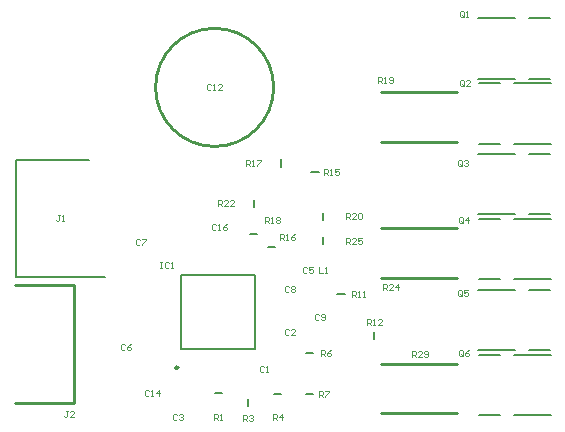
<source format=gto>
G04*
G04 #@! TF.GenerationSoftware,Altium Limited,Altium Designer,25.8.1 (18)*
G04*
G04 Layer_Color=65535*
%FSLAX44Y44*%
%MOMM*%
G71*
G04*
G04 #@! TF.SameCoordinates,D7C4C725-C8A4-46AB-A62B-07054BF05DDA*
G04*
G04*
G04 #@! TF.FilePolarity,Positive*
G04*
G01*
G75*
%ADD10C,0.2500*%
%ADD11C,0.1500*%
%ADD12C,0.2000*%
%ADD13C,0.2540*%
%ADD14C,0.1016*%
D10*
X139250Y47750D02*
G03*
X139250Y47750I-1250J0D01*
G01*
X220000Y285000D02*
G03*
X220000Y285000I-50000J0D01*
G01*
X311000Y166000D02*
X375000D01*
X311000Y124000D02*
X375000D01*
X311000Y51000D02*
X375000D01*
X311000Y9000D02*
X375000D01*
X311000Y239000D02*
X375000D01*
X311000Y281000D02*
X375000D01*
D11*
X393000Y228500D02*
X424700D01*
X436400D02*
X454000D01*
X436400Y177500D02*
X454000D01*
X393000D02*
X424700D01*
X393000Y292500D02*
X424700D01*
X436400D02*
X454000D01*
X436400Y343500D02*
X454000D01*
X393000D02*
X424700D01*
X423300Y237500D02*
X455000D01*
X394000D02*
X411600D01*
X394000Y288500D02*
X411600D01*
X423300D02*
X455000D01*
X423200Y173500D02*
X454900D01*
X393900D02*
X411500D01*
X393900Y122500D02*
X411500D01*
X423200D02*
X454900D01*
X393000Y113500D02*
X424700D01*
X436400D02*
X454000D01*
X436400Y62500D02*
X454000D01*
X393000D02*
X424700D01*
X423200Y58500D02*
X454900D01*
X393900D02*
X411500D01*
X393900Y7500D02*
X411500D01*
X423200D02*
X454900D01*
D12*
X247000Y25000D02*
X253000D01*
X305000Y72000D02*
Y78000D01*
X215000Y150000D02*
X221000D01*
X200000Y161000D02*
X206000D01*
X274000Y110000D02*
X280000D01*
X247000Y60000D02*
X253000D01*
X220000Y25000D02*
X226000D01*
X198000Y15000D02*
Y21000D01*
X170000Y26000D02*
X176000D01*
X141500Y63500D02*
X204500D01*
Y126500D01*
X141500D02*
X204500D01*
X141500Y63500D02*
Y126500D01*
X203000Y184000D02*
Y190000D01*
X262000Y152000D02*
Y158000D01*
Y173000D02*
Y179000D01*
X252000Y213000D02*
X258000D01*
X226000Y218000D02*
Y224000D01*
X1500Y223500D02*
X64000D01*
X1500Y124500D02*
Y223500D01*
Y124500D02*
X77500D01*
D13*
X1000Y18000D02*
X51000D01*
X1000Y118000D02*
X51000D01*
Y18000D02*
Y118000D01*
D14*
X298652Y83461D02*
Y88539D01*
X301191D01*
X302038Y87693D01*
Y86000D01*
X301191Y85154D01*
X298652D01*
X300345D02*
X302038Y83461D01*
X303730D02*
X305423D01*
X304577D01*
Y88539D01*
X303730Y87693D01*
X311348Y83461D02*
X307962D01*
X311348Y86846D01*
Y87693D01*
X310502Y88539D01*
X308809D01*
X307962Y87693D01*
X166962Y286722D02*
X166115Y287568D01*
X164422D01*
X163576Y286722D01*
Y283336D01*
X164422Y282490D01*
X166115D01*
X166962Y283336D01*
X168654Y282490D02*
X170347D01*
X169501D01*
Y287568D01*
X168654Y286722D01*
X176272Y282490D02*
X172886D01*
X176272Y285876D01*
Y286722D01*
X175425Y287568D01*
X173733D01*
X172886Y286722D01*
X286499Y107461D02*
Y112539D01*
X289038D01*
X289884Y111693D01*
Y110000D01*
X289038Y109154D01*
X286499D01*
X288191D02*
X289884Y107461D01*
X291577D02*
X293270D01*
X292423D01*
Y112539D01*
X291577Y111693D01*
X295809Y107461D02*
X297502D01*
X296655D01*
Y112539D01*
X295809Y111693D01*
X258768Y22461D02*
Y27539D01*
X261307D01*
X262154Y26693D01*
Y25000D01*
X261307Y24154D01*
X258768D01*
X260461D02*
X262154Y22461D01*
X263846Y27539D02*
X267232D01*
Y26693D01*
X263846Y23307D01*
Y22461D01*
X259768Y57461D02*
Y62539D01*
X262307D01*
X263154Y61693D01*
Y60000D01*
X262307Y59154D01*
X259768D01*
X261461D02*
X263154Y57461D01*
X268232Y62539D02*
X266539Y61693D01*
X264846Y60000D01*
Y58307D01*
X265693Y57461D01*
X267386D01*
X268232Y58307D01*
Y59154D01*
X267386Y60000D01*
X264846D01*
X219768Y3461D02*
Y8539D01*
X222307D01*
X223154Y7693D01*
Y6000D01*
X222307Y5154D01*
X219768D01*
X221461D02*
X223154Y3461D01*
X227386D02*
Y8539D01*
X224846Y6000D01*
X228232D01*
X193768Y2461D02*
Y7539D01*
X196307D01*
X197154Y6693D01*
Y5000D01*
X196307Y4154D01*
X193768D01*
X195461D02*
X197154Y2461D01*
X198846Y6693D02*
X199693Y7539D01*
X201386D01*
X202232Y6693D01*
Y5846D01*
X201386Y5000D01*
X200539D01*
X201386D01*
X202232Y4154D01*
Y3307D01*
X201386Y2461D01*
X199693D01*
X198846Y3307D01*
X169614Y3461D02*
Y8539D01*
X172154D01*
X173000Y7693D01*
Y6000D01*
X172154Y5154D01*
X169614D01*
X171307D02*
X173000Y3461D01*
X174693D02*
X176386D01*
X175539D01*
Y8539D01*
X174693Y7693D01*
X337229Y56461D02*
Y61539D01*
X339768D01*
X340614Y60693D01*
Y59000D01*
X339768Y58154D01*
X337229D01*
X338922D02*
X340614Y56461D01*
X345693D02*
X342307D01*
X345693Y59846D01*
Y60693D01*
X344846Y61539D01*
X343154D01*
X342307Y60693D01*
X347386Y57307D02*
X348232Y56461D01*
X349925D01*
X350771Y57307D01*
Y60693D01*
X349925Y61539D01*
X348232D01*
X347386Y60693D01*
Y59846D01*
X348232Y59000D01*
X350771D01*
X312229Y113461D02*
Y118539D01*
X314768D01*
X315614Y117693D01*
Y116000D01*
X314768Y115154D01*
X312229D01*
X313922D02*
X315614Y113461D01*
X320693D02*
X317307D01*
X320693Y116846D01*
Y117693D01*
X319846Y118539D01*
X318154D01*
X317307Y117693D01*
X324925Y113461D02*
Y118539D01*
X322386Y116000D01*
X325771D01*
X308610Y288332D02*
Y293410D01*
X311149D01*
X311996Y292564D01*
Y290871D01*
X311149Y290025D01*
X308610D01*
X310303D02*
X311996Y288332D01*
X313688D02*
X315381D01*
X314535D01*
Y293410D01*
X313688Y292564D01*
X317920Y289178D02*
X318767Y288332D01*
X320460D01*
X321306Y289178D01*
Y292564D01*
X320460Y293410D01*
X318767D01*
X317920Y292564D01*
Y291718D01*
X318767Y290871D01*
X321306D01*
X212652Y170461D02*
Y175539D01*
X215191D01*
X216038Y174693D01*
Y173000D01*
X215191Y172154D01*
X212652D01*
X214345D02*
X216038Y170461D01*
X217730D02*
X219423D01*
X218577D01*
Y175539D01*
X217730Y174693D01*
X221962D02*
X222809Y175539D01*
X224502D01*
X225348Y174693D01*
Y173846D01*
X224502Y173000D01*
X225348Y172154D01*
Y171307D01*
X224502Y170461D01*
X222809D01*
X221962Y171307D01*
Y172154D01*
X222809Y173000D01*
X221962Y173846D01*
Y174693D01*
X222809Y173000D02*
X224502D01*
X173229Y184461D02*
Y189539D01*
X175768D01*
X176614Y188693D01*
Y187000D01*
X175768Y186154D01*
X173229D01*
X174922D02*
X176614Y184461D01*
X181693D02*
X178307D01*
X181693Y187846D01*
Y188693D01*
X180846Y189539D01*
X179154D01*
X178307Y188693D01*
X186771Y184461D02*
X183386D01*
X186771Y187846D01*
Y188693D01*
X185925Y189539D01*
X184232D01*
X183386Y188693D01*
X196652Y218461D02*
Y223539D01*
X199191D01*
X200038Y222693D01*
Y221000D01*
X199191Y220154D01*
X196652D01*
X198345D02*
X200038Y218461D01*
X201730D02*
X203423D01*
X202577D01*
Y223539D01*
X201730Y222693D01*
X205962Y223539D02*
X209348D01*
Y222693D01*
X205962Y219307D01*
Y218461D01*
X225652Y155461D02*
Y160539D01*
X228191D01*
X229038Y159693D01*
Y158000D01*
X228191Y157154D01*
X225652D01*
X227345D02*
X229038Y155461D01*
X230730D02*
X232423D01*
X231577D01*
Y160539D01*
X230730Y159693D01*
X238348Y160539D02*
X236655Y159693D01*
X234962Y158000D01*
Y156307D01*
X235809Y155461D01*
X237502D01*
X238348Y156307D01*
Y157154D01*
X237502Y158000D01*
X234962D01*
X281229Y152461D02*
Y157539D01*
X283768D01*
X284614Y156693D01*
Y155000D01*
X283768Y154154D01*
X281229D01*
X282922D02*
X284614Y152461D01*
X289693D02*
X286307D01*
X289693Y155846D01*
Y156693D01*
X288846Y157539D01*
X287154D01*
X286307Y156693D01*
X294771Y157539D02*
X291386D01*
Y155000D01*
X293078Y155846D01*
X293925D01*
X294771Y155000D01*
Y153307D01*
X293925Y152461D01*
X292232D01*
X291386Y153307D01*
X281229Y173461D02*
Y178539D01*
X283768D01*
X284614Y177693D01*
Y176000D01*
X283768Y175154D01*
X281229D01*
X282922D02*
X284614Y173461D01*
X289693D02*
X286307D01*
X289693Y176846D01*
Y177693D01*
X288846Y178539D01*
X287154D01*
X286307Y177693D01*
X291386D02*
X292232Y178539D01*
X293925D01*
X294771Y177693D01*
Y174307D01*
X293925Y173461D01*
X292232D01*
X291386Y174307D01*
Y177693D01*
X262652Y210461D02*
Y215539D01*
X265191D01*
X266038Y214693D01*
Y213000D01*
X265191Y212154D01*
X262652D01*
X264345D02*
X266038Y210461D01*
X267730D02*
X269423D01*
X268577D01*
Y215539D01*
X267730Y214693D01*
X275348Y215539D02*
X271962D01*
Y213000D01*
X273655Y213846D01*
X274502D01*
X275348Y213000D01*
Y211307D01*
X274502Y210461D01*
X272809D01*
X271962Y211307D01*
X380154Y58307D02*
Y61693D01*
X379307Y62539D01*
X377615D01*
X376768Y61693D01*
Y58307D01*
X377615Y57461D01*
X379307D01*
X378461Y59154D02*
X380154Y57461D01*
X379307D02*
X380154Y58307D01*
X385232Y62539D02*
X383539Y61693D01*
X381846Y60000D01*
Y58307D01*
X382693Y57461D01*
X384386D01*
X385232Y58307D01*
Y59154D01*
X384386Y60000D01*
X381846D01*
X380154Y171307D02*
Y174693D01*
X379307Y175539D01*
X377615D01*
X376768Y174693D01*
Y171307D01*
X377615Y170461D01*
X379307D01*
X378461Y172154D02*
X380154Y170461D01*
X379307D02*
X380154Y171307D01*
X384386Y170461D02*
Y175539D01*
X381846Y173000D01*
X385232D01*
X381154Y287307D02*
Y290693D01*
X380307Y291539D01*
X378615D01*
X377768Y290693D01*
Y287307D01*
X378615Y286461D01*
X380307D01*
X379461Y288154D02*
X381154Y286461D01*
X380307D02*
X381154Y287307D01*
X386232Y286461D02*
X382846D01*
X386232Y289846D01*
Y290693D01*
X385386Y291539D01*
X383693D01*
X382846Y290693D01*
X379154Y109307D02*
Y112693D01*
X378307Y113539D01*
X376614D01*
X375768Y112693D01*
Y109307D01*
X376614Y108461D01*
X378307D01*
X377461Y110154D02*
X379154Y108461D01*
X378307D02*
X379154Y109307D01*
X384232Y113539D02*
X380846D01*
Y111000D01*
X382539Y111846D01*
X383386D01*
X384232Y111000D01*
Y109307D01*
X383386Y108461D01*
X381693D01*
X380846Y109307D01*
X379154Y219307D02*
Y222693D01*
X378307Y223539D01*
X376614D01*
X375768Y222693D01*
Y219307D01*
X376614Y218461D01*
X378307D01*
X377461Y220154D02*
X379154Y218461D01*
X378307D02*
X379154Y219307D01*
X380846Y222693D02*
X381693Y223539D01*
X383386D01*
X384232Y222693D01*
Y221846D01*
X383386Y221000D01*
X382539D01*
X383386D01*
X384232Y220154D01*
Y219307D01*
X383386Y218461D01*
X381693D01*
X380846Y219307D01*
X381000Y345307D02*
Y348693D01*
X380154Y349539D01*
X378461D01*
X377614Y348693D01*
Y345307D01*
X378461Y344461D01*
X380154D01*
X379307Y346154D02*
X381000Y344461D01*
X380154D02*
X381000Y345307D01*
X382693Y344461D02*
X384386D01*
X383539D01*
Y349539D01*
X382693Y348693D01*
X258614Y132539D02*
Y127461D01*
X262000D01*
X263693D02*
X265386D01*
X264539D01*
Y132539D01*
X263693Y131693D01*
X39454Y176570D02*
X37761D01*
X38607D01*
Y172338D01*
X37761Y171492D01*
X36914D01*
X36068Y172338D01*
X41146Y171492D02*
X42839D01*
X41993D01*
Y176570D01*
X41146Y175724D01*
X46058Y10708D02*
X44365D01*
X45211D01*
Y6476D01*
X44365Y5630D01*
X43518D01*
X42672Y6476D01*
X51136Y5630D02*
X47750D01*
X51136Y9016D01*
Y9862D01*
X50290Y10708D01*
X48597D01*
X47750Y9862D01*
X123498Y137539D02*
X125191D01*
X124345D01*
Y132461D01*
X123498D01*
X125191D01*
X131116Y136693D02*
X130270Y137539D01*
X128577D01*
X127730Y136693D01*
Y133307D01*
X128577Y132461D01*
X130270D01*
X131116Y133307D01*
X132809Y132461D02*
X134502D01*
X133655D01*
Y137539D01*
X132809Y136693D01*
X258154Y92693D02*
X257307Y93539D01*
X255614D01*
X254768Y92693D01*
Y89307D01*
X255614Y88461D01*
X257307D01*
X258154Y89307D01*
X259846D02*
X260693Y88461D01*
X262386D01*
X263232Y89307D01*
Y92693D01*
X262386Y93539D01*
X260693D01*
X259846Y92693D01*
Y91846D01*
X260693Y91000D01*
X263232D01*
X233154Y115698D02*
X232307Y116545D01*
X230614D01*
X229768Y115698D01*
Y112313D01*
X230614Y111466D01*
X232307D01*
X233154Y112313D01*
X234846Y115698D02*
X235693Y116545D01*
X237386D01*
X238232Y115698D01*
Y114852D01*
X237386Y114005D01*
X238232Y113159D01*
Y112313D01*
X237386Y111466D01*
X235693D01*
X234846Y112313D01*
Y113159D01*
X235693Y114005D01*
X234846Y114852D01*
Y115698D01*
X235693Y114005D02*
X237386D01*
X107272Y155658D02*
X106425Y156504D01*
X104732D01*
X103886Y155658D01*
Y152272D01*
X104732Y151426D01*
X106425D01*
X107272Y152272D01*
X108964Y156504D02*
X112350D01*
Y155658D01*
X108964Y152272D01*
Y151426D01*
X94318Y67012D02*
X93471Y67858D01*
X91778D01*
X90932Y67012D01*
Y63626D01*
X91778Y62780D01*
X93471D01*
X94318Y63626D01*
X99396Y67858D02*
X97703Y67012D01*
X96010Y65319D01*
Y63626D01*
X96857Y62780D01*
X98549D01*
X99396Y63626D01*
Y64473D01*
X98549Y65319D01*
X96010D01*
X248154Y131693D02*
X247307Y132539D01*
X245614D01*
X244768Y131693D01*
Y128307D01*
X245614Y127461D01*
X247307D01*
X248154Y128307D01*
X253232Y132539D02*
X249846D01*
Y130000D01*
X251539Y130846D01*
X252386D01*
X253232Y130000D01*
Y128307D01*
X252386Y127461D01*
X250693D01*
X249846Y128307D01*
X138154Y7693D02*
X137307Y8539D01*
X135615D01*
X134768Y7693D01*
Y4307D01*
X135615Y3461D01*
X137307D01*
X138154Y4307D01*
X139846Y7693D02*
X140693Y8539D01*
X142386D01*
X143232Y7693D01*
Y6846D01*
X142386Y6000D01*
X141539D01*
X142386D01*
X143232Y5154D01*
Y4307D01*
X142386Y3461D01*
X140693D01*
X139846Y4307D01*
X233154Y79693D02*
X232307Y80539D01*
X230614D01*
X229768Y79693D01*
Y76307D01*
X230614Y75461D01*
X232307D01*
X233154Y76307D01*
X238232Y75461D02*
X234846D01*
X238232Y78846D01*
Y79693D01*
X237386Y80539D01*
X235693D01*
X234846Y79693D01*
X212000Y48693D02*
X211154Y49539D01*
X209461D01*
X208614Y48693D01*
Y45307D01*
X209461Y44461D01*
X211154D01*
X212000Y45307D01*
X213693Y44461D02*
X215386D01*
X214539D01*
Y49539D01*
X213693Y48693D01*
X171038Y168693D02*
X170191Y169539D01*
X168498D01*
X167652Y168693D01*
Y165307D01*
X168498Y164461D01*
X170191D01*
X171038Y165307D01*
X172730Y164461D02*
X174423D01*
X173577D01*
Y169539D01*
X172730Y168693D01*
X180348Y169539D02*
X178655Y168693D01*
X176962Y167000D01*
Y165307D01*
X177809Y164461D01*
X179502D01*
X180348Y165307D01*
Y166154D01*
X179502Y167000D01*
X176962D01*
X114130Y27642D02*
X113283Y28488D01*
X111590D01*
X110744Y27642D01*
Y24256D01*
X111590Y23410D01*
X113283D01*
X114130Y24256D01*
X115822Y23410D02*
X117515D01*
X116669D01*
Y28488D01*
X115822Y27642D01*
X122593Y23410D02*
Y28488D01*
X120054Y25949D01*
X123440D01*
M02*

</source>
